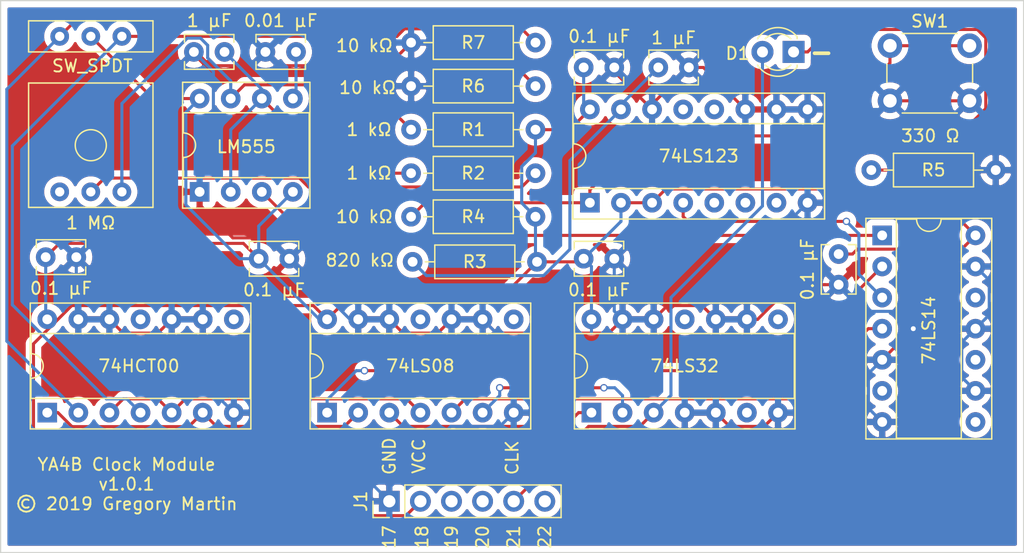
<source format=kicad_pcb>
(kicad_pcb (version 20171130) (host pcbnew "(5.1.4-0-10_14)")
  (layers (0 F.Cu signal) (31 B.Cu signal) (34 B.Paste user) (35 F.Paste user) (36 B.SilkS user) (37 F.SilkS user) (38 B.Mask user) (39 F.Mask user) (44 Edge.Cuts user))
  (net 0 "")
  (net 1 GND)
  (net 2 "Net-(C1-Pad1)")
  (net 3 "Net-(C2-Pad1)")
  (net 4 "Net-(C3-Pad1)")
  (net 5 +5V)
  (net 6 "Net-(D1-Pad1)")
  (net 7 /CLK)
  (net 8 "Net-(J1-Pad3)")
  (net 9 "Net-(J1-Pad4)")
  (net 10 "Net-(J1-Pad6)")
  (net 11 "Net-(R2-Pad2)")
  (net 12 "Net-(R4-Pad1)")
  (net 13 "Net-(U1-Pad3)")
  (net 14 "Net-(U2-Pad8)")
  (net 15 "Net-(U2-Pad2)")
  (net 16 "Net-(U2-Pad3)")
  (net 17 "Net-(U2-Pad10)")
  (net 18 "Net-(U2-Pad4)")
  (net 19 "Net-(U2-Pad12)")
  (net 20 "Net-(U2-Pad6)")
  (net 21 "Net-(U3-Pad6)")
  (net 22 "Net-(U3-Pad11)")
  (net 23 "Net-(U3-Pad4)")
  (net 24 "Net-(U3-Pad3)")
  (net 25 "Net-(U3-Pad2)")
  (net 26 "Net-(U3-Pad8)")
  (net 27 "Net-(U4-Pad12)")
  (net 28 "Net-(U4-Pad5)")
  (net 29 "Net-(U4-Pad13)")
  (net 30 "Net-(U4-Pad6)")
  (net 31 "Net-(U4-Pad7)")
  (net 32 "Net-(U5-Pad8)")
  (net 33 "Net-(U5-Pad11)")
  (net 34 "Net-(U6-Pad6)")
  (net 35 "Net-(U6-Pad11)")
  (net 36 "Net-(U6-Pad8)")
  (net 37 "Net-(RV1-Pad3)")
  (net 38 "Net-(R1-Pad2)")
  (net 39 "Net-(R6-Pad1)")
  (net 40 "Net-(R7-Pad1)")
  (module Potentiometer_THT:GM_Small_Square_9mm_Pot (layer F.Cu) (at 31.496 44.196)
    (fp_text reference RV1 hide)
    (fp_text value "1 MΩ" (at 0 0) (layer F.SilkS))
    (pad 3 thru_hole circle (at -2.54 -2.54) (size 1.524 1.524) (drill 0.762) (layers *.Cu *.Mask) (net 37 "Net-(RV1-Pad3)"))
    (pad 2 thru_hole circle (at 0 -2.54) (size 1.524 1.524) (drill 0.762) (layers *.Cu *.Mask) (net 11 "Net-(R2-Pad2)"))
    (pad 1 thru_hole circle (at 2.54 -2.54) (size 1.524 1.524) (drill 0.762) (layers *.Cu *.Mask) (net 38 "Net-(R1-Pad2)"))
  )
  (module Button_Switch_THT:GM_SPDT_Slide_Switch (layer F.Cu) (at 31.496 31.496)
    (fp_text reference SW2 hide)
    (fp_text value SW_SPDT (at 0.127 -0.127) (layer F.SilkS))
    (pad 3 thru_hole circle (at 2.54 -2.54) (size 1.524 1.524) (drill 0.762) (layers *.Cu *.Mask) (net 39 "Net-(R6-Pad1)"))
    (pad 2 thru_hole circle (at 0 -2.54) (size 1.524 1.524) (drill 0.762) (layers *.Cu *.Mask) (net 5 +5V))
    (pad 1 thru_hole circle (at -2.54 -2.54) (size 1.524 1.524) (drill 0.762) (layers *.Cu *.Mask) (net 40 "Net-(R7-Pad1)"))
  )
  (module Resistor_THT:R_Axial_DIN0207_L6.3mm_D2.5mm_P10.16mm_Horizontal (layer F.Cu) (at 67.818 29.464 180)
    (fp_text reference R7 hide)
    (fp_text value "10 kΩ" (at 13.97 -0.254) (layer F.SilkS))
    (fp_text user %R (at 5.08 0) (layer F.SilkS))
    (pad 2 thru_hole oval (at 10.16 0 180) (size 1.6 1.6) (drill 0.8) (layers *.Cu *.Mask) (net 1 GND))
    (pad 1 thru_hole circle (at 0 0 180) (size 1.6 1.6) (drill 0.8) (layers *.Cu *.Mask) (net 40 "Net-(R7-Pad1)"))
  )
  (module Resistor_THT:R_Axial_DIN0207_L6.3mm_D2.5mm_P10.16mm_Horizontal (layer F.Cu) (at 67.818 33.02 180)
    (fp_text reference R6 hide)
    (fp_text value "10 kΩ" (at 13.716 -0.127) (layer F.SilkS))
    (fp_text user %R (at 5.08 0) (layer F.SilkS))
    (pad 2 thru_hole oval (at 10.16 0 180) (size 1.6 1.6) (drill 0.8) (layers *.Cu *.Mask) (net 1 GND))
    (pad 1 thru_hole circle (at 0 0 180) (size 1.6 1.6) (drill 0.8) (layers *.Cu *.Mask) (net 39 "Net-(R6-Pad1)"))
  )
  (module Resistor_THT:R_Axial_DIN0207_L6.3mm_D2.5mm_P10.16mm_Horizontal (layer F.Cu) (at 95.25 39.878)
    (fp_text reference R5 hide)
    (fp_text value "330 Ω" (at 4.826 -2.794) (layer F.SilkS))
    (fp_text user %R (at 5.08 0) (layer F.SilkS))
    (pad 2 thru_hole oval (at 10.16 0) (size 1.6 1.6) (drill 0.8) (layers *.Cu *.Mask) (net 1 GND))
    (pad 1 thru_hole circle (at 0 0) (size 1.6 1.6) (drill 0.8) (layers *.Cu *.Mask) (net 6 "Net-(D1-Pad1)"))
  )
  (module Resistor_THT:R_Axial_DIN0207_L6.3mm_D2.5mm_P10.16mm_Horizontal (layer F.Cu) (at 57.658 43.688)
    (fp_text reference R4 hide)
    (fp_text value "10 kΩ" (at -3.81 0) (layer F.SilkS))
    (fp_text user %R (at 5.08 0) (layer F.SilkS))
    (pad 2 thru_hole oval (at 10.16 0) (size 1.6 1.6) (drill 0.8) (layers *.Cu *.Mask) (net 5 +5V))
    (pad 1 thru_hole circle (at 0 0) (size 1.6 1.6) (drill 0.8) (layers *.Cu *.Mask) (net 12 "Net-(R4-Pad1)"))
  )
  (module Resistor_THT:R_Axial_DIN0207_L6.3mm_D2.5mm_P10.16mm_Horizontal (layer F.Cu) (at 67.945 47.371 180)
    (fp_text reference R3 hide)
    (fp_text value "820 kΩ" (at 14.478 0.127) (layer F.SilkS))
    (fp_text user %R (at 5.08 0) (layer F.SilkS))
    (pad 2 thru_hole oval (at 10.16 0 180) (size 1.6 1.6) (drill 0.8) (layers *.Cu *.Mask) (net 4 "Net-(C3-Pad1)"))
    (pad 1 thru_hole circle (at 0 0 180) (size 1.6 1.6) (drill 0.8) (layers *.Cu *.Mask) (net 5 +5V))
  )
  (module Resistor_THT:R_Axial_DIN0207_L6.3mm_D2.5mm_P10.16mm_Horizontal (layer F.Cu) (at 57.658 40.132)
    (fp_text reference R2 hide)
    (fp_text value "1 kΩ" (at -3.429 0) (layer F.SilkS))
    (fp_text user %R (at 5.08 0) (layer F.SilkS))
    (pad 2 thru_hole oval (at 10.16 0) (size 1.6 1.6) (drill 0.8) (layers *.Cu *.Mask) (net 11 "Net-(R2-Pad2)"))
    (pad 1 thru_hole circle (at 0 0) (size 1.6 1.6) (drill 0.8) (layers *.Cu *.Mask) (net 3 "Net-(C2-Pad1)"))
  )
  (module Resistor_THT:R_Axial_DIN0207_L6.3mm_D2.5mm_P10.16mm_Horizontal (layer F.Cu) (at 67.818 36.576 180)
    (fp_text reference R1 hide)
    (fp_text value "1 kΩ" (at 13.589 0) (layer F.SilkS))
    (fp_text user %R (at 5.08 0) (layer F.SilkS))
    (pad 2 thru_hole oval (at 10.16 0 180) (size 1.6 1.6) (drill 0.8) (layers *.Cu *.Mask) (net 38 "Net-(R1-Pad2)"))
    (pad 1 thru_hole circle (at 0 0 180) (size 1.6 1.6) (drill 0.8) (layers *.Cu *.Mask) (net 5 +5V))
  )
  (module Capacitor_THT:C_Disc_D3.8mm_W2.6mm_P2.50mm (layer F.Cu) (at 48.26 30.226 180)
    (fp_text reference C1 hide)
    (fp_text value "0.01 µF" (at 1.25 2.55) (layer F.SilkS))
    (pad 2 thru_hole circle (at 2.5 0 180) (size 1.6 1.6) (drill 0.8) (layers *.Cu *.Mask) (net 1 GND))
    (pad 1 thru_hole circle (at 0 0 180) (size 1.6 1.6) (drill 0.8) (layers *.Cu *.Mask) (net 2 "Net-(C1-Pad1)"))
  )
  (module Capacitor_THT:C_Disc_D3.8mm_W2.6mm_P2.50mm (layer F.Cu) (at 42.418 30.226 180)
    (fp_text reference C2 hide)
    (fp_text value "1 µF" (at 1.25 2.55) (layer F.SilkS))
    (pad 1 thru_hole circle (at 0 0 180) (size 1.6 1.6) (drill 0.8) (layers *.Cu *.Mask) (net 3 "Net-(C2-Pad1)"))
    (pad 2 thru_hole circle (at 2.5 0 180) (size 1.6 1.6) (drill 0.8) (layers *.Cu *.Mask) (net 1 GND))
  )
  (module Capacitor_THT:C_Disc_D3.8mm_W2.6mm_P2.50mm (layer F.Cu) (at 77.851 31.496)
    (fp_text reference C3 hide)
    (fp_text value "1 µF" (at 1.25 -2.413) (layer F.SilkS))
    (pad 1 thru_hole circle (at 0 0) (size 1.6 1.6) (drill 0.8) (layers *.Cu *.Mask) (net 4 "Net-(C3-Pad1)"))
    (pad 2 thru_hole circle (at 2.5 0) (size 1.6 1.6) (drill 0.8) (layers *.Cu *.Mask) (net 1 GND))
  )
  (module Capacitor_THT:C_Disc_D3.8mm_W2.6mm_P2.50mm (layer F.Cu) (at 45.212 47.117)
    (fp_text reference C4 hide)
    (fp_text value "0.1 µF" (at 1.25 2.55) (layer F.SilkS))
    (pad 2 thru_hole circle (at 2.5 0) (size 1.6 1.6) (drill 0.8) (layers *.Cu *.Mask) (net 1 GND))
    (pad 1 thru_hole circle (at 0 0) (size 1.6 1.6) (drill 0.8) (layers *.Cu *.Mask) (net 5 +5V))
  )
  (module Capacitor_THT:C_Disc_D3.8mm_W2.6mm_P2.50mm (layer F.Cu) (at 71.755 31.496)
    (fp_text reference C5 hide)
    (fp_text value "0.1 µF" (at 1.27 -2.54) (layer F.SilkS))
    (pad 1 thru_hole circle (at 0 0) (size 1.6 1.6) (drill 0.8) (layers *.Cu *.Mask) (net 5 +5V))
    (pad 2 thru_hole circle (at 2.5 0) (size 1.6 1.6) (drill 0.8) (layers *.Cu *.Mask) (net 1 GND))
  )
  (module Capacitor_THT:C_Disc_D3.8mm_W2.6mm_P2.50mm (layer F.Cu) (at 71.755 47.117)
    (fp_text reference C6 hide)
    (fp_text value "0.1 µF" (at 1.25 2.55) (layer F.SilkS))
    (pad 2 thru_hole circle (at 2.5 0) (size 1.6 1.6) (drill 0.8) (layers *.Cu *.Mask) (net 1 GND))
    (pad 1 thru_hole circle (at 0 0) (size 1.6 1.6) (drill 0.8) (layers *.Cu *.Mask) (net 5 +5V))
  )
  (module Capacitor_THT:C_Disc_D3.8mm_W2.6mm_P2.50mm (layer F.Cu) (at 27.813 46.99)
    (fp_text reference C7 hide)
    (fp_text value "0.1 µF" (at 1.25 2.55) (layer F.SilkS))
    (pad 1 thru_hole circle (at 0 0) (size 1.6 1.6) (drill 0.8) (layers *.Cu *.Mask) (net 5 +5V))
    (pad 2 thru_hole circle (at 2.5 0) (size 1.6 1.6) (drill 0.8) (layers *.Cu *.Mask) (net 1 GND))
  )
  (module Capacitor_THT:C_Disc_D3.8mm_W2.6mm_P2.50mm (layer F.Cu) (at 92.583 46.736 270)
    (fp_text reference C8 hide)
    (fp_text value "0.1 µF" (at 1.25 2.55 90) (layer F.SilkS))
    (pad 2 thru_hole circle (at 2.5 0 270) (size 1.6 1.6) (drill 0.8) (layers *.Cu *.Mask) (net 1 GND))
    (pad 1 thru_hole circle (at 0 0 270) (size 1.6 1.6) (drill 0.8) (layers *.Cu *.Mask) (net 5 +5V))
  )
  (module LED_THT:LED_D3.0mm (layer F.Cu) (at 88.9 30.226 180)
    (fp_text reference D1 (at 4.572 -0.127) (layer F.SilkS))
    (fp_text value "Blue 3mm LED" hide)
    (pad 1 thru_hole rect (at 0 0 180) (size 1.8 1.8) (drill 0.9) (layers *.Cu *.Mask) (net 6 "Net-(D1-Pad1)"))
    (pad 2 thru_hole circle (at 2.54 0 180) (size 1.8 1.8) (drill 0.9) (layers *.Cu *.Mask) (net 7 /CLK))
  )
  (module Connector_PinHeader_2.54mm:PinHeader_1x06_P2.54mm_Vertical (layer F.Cu) (at 55.88 66.929 90)
    (fp_text reference J1 (at 0 -2.33 90) (layer F.SilkS))
    (fp_text value Conn_01x06_Male hide)
    (pad 1 thru_hole rect (at 0 0 90) (size 1.7 1.7) (drill 1) (layers *.Cu *.Mask) (net 1 GND))
    (pad 2 thru_hole oval (at 0 2.54 90) (size 1.7 1.7) (drill 1) (layers *.Cu *.Mask) (net 5 +5V))
    (pad 3 thru_hole oval (at 0 5.08 90) (size 1.7 1.7) (drill 1) (layers *.Cu *.Mask) (net 8 "Net-(J1-Pad3)"))
    (pad 4 thru_hole oval (at 0 7.62 90) (size 1.7 1.7) (drill 1) (layers *.Cu *.Mask) (net 9 "Net-(J1-Pad4)"))
    (pad 5 thru_hole oval (at 0 10.16 90) (size 1.7 1.7) (drill 1) (layers *.Cu *.Mask) (net 7 /CLK))
    (pad 6 thru_hole oval (at 0 12.7 90) (size 1.7 1.7) (drill 1) (layers *.Cu *.Mask) (net 10 "Net-(J1-Pad6)"))
  )
  (module Button_Switch_THT:SW_PUSH_6mm (layer F.Cu) (at 96.774 29.718)
    (fp_text reference SW1 (at 3.25 -2) (layer F.SilkS))
    (fp_text value SW_Push hide)
    (pad 2 thru_hole circle (at 0 4.5 90) (size 2 2) (drill 1.1) (layers *.Cu *.Mask) (net 1 GND))
    (pad 1 thru_hole circle (at 0 0 90) (size 2 2) (drill 1.1) (layers *.Cu *.Mask) (net 12 "Net-(R4-Pad1)"))
    (pad 2 thru_hole circle (at 6.5 4.5 90) (size 2 2) (drill 1.1) (layers *.Cu *.Mask) (net 1 GND))
    (pad 1 thru_hole circle (at 6.5 0 90) (size 2 2) (drill 1.1) (layers *.Cu *.Mask) (net 12 "Net-(R4-Pad1)"))
  )
  (module Package_DIP:DIP-8_W7.62mm_Socket (layer F.Cu) (at 40.386 41.656 90)
    (fp_text reference U1 hide)
    (fp_text value LM555 (at 3.683 3.81 180) (layer F.SilkS))
    (pad 1 thru_hole rect (at 0 0 90) (size 1.6 1.6) (drill 0.8) (layers *.Cu *.Mask) (net 1 GND))
    (pad 5 thru_hole oval (at 7.62 7.62 90) (size 1.6 1.6) (drill 0.8) (layers *.Cu *.Mask) (net 2 "Net-(C1-Pad1)"))
    (pad 2 thru_hole oval (at 0 2.54 90) (size 1.6 1.6) (drill 0.8) (layers *.Cu *.Mask) (net 3 "Net-(C2-Pad1)"))
    (pad 6 thru_hole oval (at 7.62 5.08 90) (size 1.6 1.6) (drill 0.8) (layers *.Cu *.Mask) (net 3 "Net-(C2-Pad1)"))
    (pad 3 thru_hole oval (at 0 5.08 90) (size 1.6 1.6) (drill 0.8) (layers *.Cu *.Mask) (net 13 "Net-(U1-Pad3)"))
    (pad 7 thru_hole oval (at 7.62 2.54 90) (size 1.6 1.6) (drill 0.8) (layers *.Cu *.Mask) (net 38 "Net-(R1-Pad2)"))
    (pad 4 thru_hole oval (at 0 7.62 90) (size 1.6 1.6) (drill 0.8) (layers *.Cu *.Mask) (net 5 +5V))
    (pad 8 thru_hole oval (at 7.62 0 90) (size 1.6 1.6) (drill 0.8) (layers *.Cu *.Mask) (net 5 +5V))
  )
  (module Package_DIP:DIP-14_W7.62mm_Socket (layer F.Cu) (at 96.139 45.212)
    (fp_text reference U2 hide)
    (fp_text value 74LS14 (at 3.81 7.747 90) (layer F.SilkS))
    (pad 1 thru_hole rect (at 0 0) (size 1.6 1.6) (drill 0.8) (layers *.Cu *.Mask) (net 13 "Net-(U1-Pad3)"))
    (pad 8 thru_hole oval (at 7.62 15.24) (size 1.6 1.6) (drill 0.8) (layers *.Cu *.Mask) (net 14 "Net-(U2-Pad8)"))
    (pad 2 thru_hole oval (at 0 2.54) (size 1.6 1.6) (drill 0.8) (layers *.Cu *.Mask) (net 15 "Net-(U2-Pad2)"))
    (pad 9 thru_hole oval (at 7.62 12.7) (size 1.6 1.6) (drill 0.8) (layers *.Cu *.Mask) (net 1 GND))
    (pad 3 thru_hole oval (at 0 5.08) (size 1.6 1.6) (drill 0.8) (layers *.Cu *.Mask) (net 16 "Net-(U2-Pad3)"))
    (pad 10 thru_hole oval (at 7.62 10.16) (size 1.6 1.6) (drill 0.8) (layers *.Cu *.Mask) (net 17 "Net-(U2-Pad10)"))
    (pad 4 thru_hole oval (at 0 7.62) (size 1.6 1.6) (drill 0.8) (layers *.Cu *.Mask) (net 18 "Net-(U2-Pad4)"))
    (pad 11 thru_hole oval (at 7.62 7.62) (size 1.6 1.6) (drill 0.8) (layers *.Cu *.Mask) (net 1 GND))
    (pad 5 thru_hole oval (at 0 10.16) (size 1.6 1.6) (drill 0.8) (layers *.Cu *.Mask) (net 1 GND))
    (pad 12 thru_hole oval (at 7.62 5.08) (size 1.6 1.6) (drill 0.8) (layers *.Cu *.Mask) (net 19 "Net-(U2-Pad12)"))
    (pad 6 thru_hole oval (at 0 12.7) (size 1.6 1.6) (drill 0.8) (layers *.Cu *.Mask) (net 20 "Net-(U2-Pad6)"))
    (pad 13 thru_hole oval (at 7.62 2.54) (size 1.6 1.6) (drill 0.8) (layers *.Cu *.Mask) (net 1 GND))
    (pad 7 thru_hole oval (at 0 15.24) (size 1.6 1.6) (drill 0.8) (layers *.Cu *.Mask) (net 1 GND))
    (pad 14 thru_hole oval (at 7.62 0) (size 1.6 1.6) (drill 0.8) (layers *.Cu *.Mask) (net 5 +5V))
  )
  (module Package_DIP:DIP-14_W7.62mm_Socket (layer F.Cu) (at 50.8 59.69 90)
    (fp_text reference U3 hide)
    (fp_text value 74LS08 (at 3.81 7.62 180) (layer F.SilkS))
    (pad 14 thru_hole oval (at 7.62 0 90) (size 1.6 1.6) (drill 0.8) (layers *.Cu *.Mask) (net 5 +5V))
    (pad 7 thru_hole oval (at 0 15.24 90) (size 1.6 1.6) (drill 0.8) (layers *.Cu *.Mask) (net 1 GND))
    (pad 13 thru_hole oval (at 7.62 2.54 90) (size 1.6 1.6) (drill 0.8) (layers *.Cu *.Mask) (net 1 GND))
    (pad 6 thru_hole oval (at 0 12.7 90) (size 1.6 1.6) (drill 0.8) (layers *.Cu *.Mask) (net 21 "Net-(U3-Pad6)"))
    (pad 12 thru_hole oval (at 7.62 5.08 90) (size 1.6 1.6) (drill 0.8) (layers *.Cu *.Mask) (net 1 GND))
    (pad 5 thru_hole oval (at 0 10.16 90) (size 1.6 1.6) (drill 0.8) (layers *.Cu *.Mask) (net 18 "Net-(U2-Pad4)"))
    (pad 11 thru_hole oval (at 7.62 7.62 90) (size 1.6 1.6) (drill 0.8) (layers *.Cu *.Mask) (net 22 "Net-(U3-Pad11)"))
    (pad 4 thru_hole oval (at 0 7.62 90) (size 1.6 1.6) (drill 0.8) (layers *.Cu *.Mask) (net 23 "Net-(U3-Pad4)"))
    (pad 10 thru_hole oval (at 7.62 10.16 90) (size 1.6 1.6) (drill 0.8) (layers *.Cu *.Mask) (net 1 GND))
    (pad 3 thru_hole oval (at 0 5.08 90) (size 1.6 1.6) (drill 0.8) (layers *.Cu *.Mask) (net 24 "Net-(U3-Pad3)"))
    (pad 9 thru_hole oval (at 7.62 12.7 90) (size 1.6 1.6) (drill 0.8) (layers *.Cu *.Mask) (net 1 GND))
    (pad 2 thru_hole oval (at 0 2.54 90) (size 1.6 1.6) (drill 0.8) (layers *.Cu *.Mask) (net 25 "Net-(U3-Pad2)"))
    (pad 8 thru_hole oval (at 7.62 15.24 90) (size 1.6 1.6) (drill 0.8) (layers *.Cu *.Mask) (net 26 "Net-(U3-Pad8)"))
    (pad 1 thru_hole rect (at 0 0 90) (size 1.6 1.6) (drill 0.8) (layers *.Cu *.Mask) (net 15 "Net-(U2-Pad2)"))
  )
  (module Package_DIP:DIP-16_W7.62mm_Socket (layer F.Cu) (at 72.263 42.545 90)
    (fp_text reference U4 hide)
    (fp_text value 74LS123 (at 3.81 8.89 180) (layer F.SilkS))
    (pad 1 thru_hole rect (at 0 0 90) (size 1.6 1.6) (drill 0.8) (layers *.Cu *.Mask) (net 12 "Net-(R4-Pad1)"))
    (pad 9 thru_hole oval (at 7.62 17.78 90) (size 1.6 1.6) (drill 0.8) (layers *.Cu *.Mask) (net 1 GND))
    (pad 2 thru_hole oval (at 0 2.54 90) (size 1.6 1.6) (drill 0.8) (layers *.Cu *.Mask) (net 5 +5V))
    (pad 10 thru_hole oval (at 7.62 15.24 90) (size 1.6 1.6) (drill 0.8) (layers *.Cu *.Mask) (net 1 GND))
    (pad 3 thru_hole oval (at 0 5.08 90) (size 1.6 1.6) (drill 0.8) (layers *.Cu *.Mask) (net 5 +5V))
    (pad 11 thru_hole oval (at 7.62 12.7 90) (size 1.6 1.6) (drill 0.8) (layers *.Cu *.Mask) (net 1 GND))
    (pad 4 thru_hole oval (at 0 7.62 90) (size 1.6 1.6) (drill 0.8) (layers *.Cu *.Mask) (net 16 "Net-(U2-Pad3)"))
    (pad 12 thru_hole oval (at 7.62 10.16 90) (size 1.6 1.6) (drill 0.8) (layers *.Cu *.Mask) (net 27 "Net-(U4-Pad12)"))
    (pad 5 thru_hole oval (at 0 10.16 90) (size 1.6 1.6) (drill 0.8) (layers *.Cu *.Mask) (net 28 "Net-(U4-Pad5)"))
    (pad 13 thru_hole oval (at 7.62 7.62 90) (size 1.6 1.6) (drill 0.8) (layers *.Cu *.Mask) (net 29 "Net-(U4-Pad13)"))
    (pad 6 thru_hole oval (at 0 12.7 90) (size 1.6 1.6) (drill 0.8) (layers *.Cu *.Mask) (net 30 "Net-(U4-Pad6)"))
    (pad 14 thru_hole oval (at 7.62 5.08 90) (size 1.6 1.6) (drill 0.8) (layers *.Cu *.Mask) (net 1 GND))
    (pad 7 thru_hole oval (at 0 15.24 90) (size 1.6 1.6) (drill 0.8) (layers *.Cu *.Mask) (net 31 "Net-(U4-Pad7)"))
    (pad 15 thru_hole oval (at 7.62 2.54 90) (size 1.6 1.6) (drill 0.8) (layers *.Cu *.Mask) (net 4 "Net-(C3-Pad1)"))
    (pad 8 thru_hole oval (at 0 17.78 90) (size 1.6 1.6) (drill 0.8) (layers *.Cu *.Mask) (net 1 GND))
    (pad 16 thru_hole oval (at 7.62 0 90) (size 1.6 1.6) (drill 0.8) (layers *.Cu *.Mask) (net 5 +5V))
  )
  (module Package_DIP:DIP-14_W7.62mm_Socket (layer F.Cu) (at 27.94 59.69 90)
    (fp_text reference U5 hide)
    (fp_text value 74HCT00 (at 3.81 7.493 180) (layer F.SilkS))
    (pad 1 thru_hole rect (at 0 0 90) (size 1.6 1.6) (drill 0.8) (layers *.Cu *.Mask) (net 25 "Net-(U3-Pad2)"))
    (pad 8 thru_hole oval (at 7.62 15.24 90) (size 1.6 1.6) (drill 0.8) (layers *.Cu *.Mask) (net 32 "Net-(U5-Pad8)"))
    (pad 2 thru_hole oval (at 0 2.54 90) (size 1.6 1.6) (drill 0.8) (layers *.Cu *.Mask) (net 40 "Net-(R7-Pad1)"))
    (pad 9 thru_hole oval (at 7.62 12.7 90) (size 1.6 1.6) (drill 0.8) (layers *.Cu *.Mask) (net 1 GND))
    (pad 3 thru_hole oval (at 0 5.08 90) (size 1.6 1.6) (drill 0.8) (layers *.Cu *.Mask) (net 23 "Net-(U3-Pad4)"))
    (pad 10 thru_hole oval (at 7.62 10.16 90) (size 1.6 1.6) (drill 0.8) (layers *.Cu *.Mask) (net 1 GND))
    (pad 4 thru_hole oval (at 0 7.62 90) (size 1.6 1.6) (drill 0.8) (layers *.Cu *.Mask) (net 39 "Net-(R6-Pad1)"))
    (pad 11 thru_hole oval (at 7.62 7.62 90) (size 1.6 1.6) (drill 0.8) (layers *.Cu *.Mask) (net 33 "Net-(U5-Pad11)"))
    (pad 5 thru_hole oval (at 0 10.16 90) (size 1.6 1.6) (drill 0.8) (layers *.Cu *.Mask) (net 23 "Net-(U3-Pad4)"))
    (pad 12 thru_hole oval (at 7.62 5.08 90) (size 1.6 1.6) (drill 0.8) (layers *.Cu *.Mask) (net 1 GND))
    (pad 6 thru_hole oval (at 0 12.7 90) (size 1.6 1.6) (drill 0.8) (layers *.Cu *.Mask) (net 25 "Net-(U3-Pad2)"))
    (pad 13 thru_hole oval (at 7.62 2.54 90) (size 1.6 1.6) (drill 0.8) (layers *.Cu *.Mask) (net 1 GND))
    (pad 7 thru_hole oval (at 0 15.24 90) (size 1.6 1.6) (drill 0.8) (layers *.Cu *.Mask) (net 1 GND))
    (pad 14 thru_hole oval (at 7.62 0 90) (size 1.6 1.6) (drill 0.8) (layers *.Cu *.Mask) (net 5 +5V))
  )
  (module Package_DIP:DIP-14_W7.62mm_Socket (layer F.Cu) (at 72.39 59.69 90)
    (fp_text reference U6 hide)
    (fp_text value 74LS32 (at 3.81 7.62 180) (layer F.SilkS))
    (pad 14 thru_hole oval (at 7.62 0 90) (size 1.6 1.6) (drill 0.8) (layers *.Cu *.Mask) (net 5 +5V))
    (pad 7 thru_hole oval (at 0 15.24 90) (size 1.6 1.6) (drill 0.8) (layers *.Cu *.Mask) (net 1 GND))
    (pad 13 thru_hole oval (at 7.62 2.54 90) (size 1.6 1.6) (drill 0.8) (layers *.Cu *.Mask) (net 1 GND))
    (pad 6 thru_hole oval (at 0 12.7 90) (size 1.6 1.6) (drill 0.8) (layers *.Cu *.Mask) (net 34 "Net-(U6-Pad6)"))
    (pad 12 thru_hole oval (at 7.62 5.08 90) (size 1.6 1.6) (drill 0.8) (layers *.Cu *.Mask) (net 1 GND))
    (pad 5 thru_hole oval (at 0 10.16 90) (size 1.6 1.6) (drill 0.8) (layers *.Cu *.Mask) (net 1 GND))
    (pad 11 thru_hole oval (at 7.62 7.62 90) (size 1.6 1.6) (drill 0.8) (layers *.Cu *.Mask) (net 35 "Net-(U6-Pad11)"))
    (pad 4 thru_hole oval (at 0 7.62 90) (size 1.6 1.6) (drill 0.8) (layers *.Cu *.Mask) (net 1 GND))
    (pad 10 thru_hole oval (at 7.62 10.16 90) (size 1.6 1.6) (drill 0.8) (layers *.Cu *.Mask) (net 1 GND))
    (pad 3 thru_hole oval (at 0 5.08 90) (size 1.6 1.6) (drill 0.8) (layers *.Cu *.Mask) (net 7 /CLK))
    (pad 9 thru_hole oval (at 7.62 12.7 90) (size 1.6 1.6) (drill 0.8) (layers *.Cu *.Mask) (net 1 GND))
    (pad 2 thru_hole oval (at 0 2.54 90) (size 1.6 1.6) (drill 0.8) (layers *.Cu *.Mask) (net 21 "Net-(U3-Pad6)"))
    (pad 8 thru_hole oval (at 7.62 15.24 90) (size 1.6 1.6) (drill 0.8) (layers *.Cu *.Mask) (net 36 "Net-(U6-Pad8)"))
    (pad 1 thru_hole rect (at 0 0 90) (size 1.6 1.6) (drill 0.8) (layers *.Cu *.Mask) (net 24 "Net-(U3-Pad3)"))
  )
  (gr_text CLK (at 65.913 63.373 90) (layer F.SilkS) (effects (font (size 1 1))))
  (gr_text VCC (at 58.293 63.246 90) (layer F.SilkS) (effects (font (size 1 1))))
  (gr_text 22 (at 68.58 69.85 90) (layer F.SilkS) (effects (font (size 1 1))))
  (gr_text 21 (at 66.04 69.85 90) (layer F.SilkS) (effects (font (size 1 1))))
  (gr_text 20 (at 63.5 69.85 90) (layer F.SilkS) (effects (font (size 1 1))))
  (gr_text 19 (at 60.96 69.85 90) (layer F.SilkS) (effects (font (size 1 1))))
  (gr_text 18 (at 58.547 69.85 90) (layer F.SilkS) (effects (font (size 1 1))))
  (gr_text 17 (at 55.88 69.85 90) (layer F.SilkS) (effects (font (size 1 1))))
  (gr_text GND (at 55.88 63.246 90) (layer F.SilkS) (effects (font (size 1 1))))
  (gr_text "YA4B Clock Module\nv1.0.1\n© 2019 Gregory Martin" (at 34.417 65.532) (layer F.SilkS) (effects (font (size 1 1))))
  (gr_text - (at 91.186 30.226) (layer F.SilkS) (effects (font (size 1.5 1.5) (thickness 0.3))))
  (gr_line (start 24.13 48.895) (end 24.13 26.035) (layer Edge.Cuts) (width 0.1))
  (gr_line (start 24.13 55.245) (end 24.13 48.895) (layer Edge.Cuts) (width 0.1))
  (gr_line (start 24.13 71.12) (end 24.13 55.245) (layer Edge.Cuts) (width 0.1))
  (gr_line (start 107.696 71.12) (end 24.13 71.12) (layer Edge.Cuts) (width 0.1))
  (gr_line (start 107.696 26.035) (end 107.696 71.12) (layer Edge.Cuts) (width 0.1))
  (gr_line (start 24.13 26.035) (end 107.696 26.035) (layer Edge.Cuts) (width 0.1))
  (segment (start 54.47137 52.07) (end 55.88 52.07) (width 0.25) (layer F.Cu) (net 1))
  (segment (start 53.34 52.07) (end 54.47137 52.07) (width 0.25) (layer F.Cu) (net 1))
  (segment (start 59.834999 53.195001) (end 60.160001 52.869999) (width 0.25) (layer F.Cu) (net 1))
  (segment (start 60.160001 52.869999) (end 60.96 52.07) (width 0.25) (layer F.Cu) (net 1))
  (segment (start 57.005001 53.195001) (end 59.834999 53.195001) (width 0.25) (layer F.Cu) (net 1))
  (segment (start 55.88 52.07) (end 57.005001 53.195001) (width 0.25) (layer F.Cu) (net 1))
  (segment (start 62.09137 52.07) (end 63.5 52.07) (width 0.25) (layer F.Cu) (net 1))
  (segment (start 60.96 52.07) (end 62.09137 52.07) (width 0.25) (layer F.Cu) (net 1))
  (segment (start 73.804999 53.195001) (end 74.130001 52.869999) (width 0.25) (layer F.Cu) (net 1))
  (segment (start 74.130001 52.869999) (end 74.93 52.07) (width 0.25) (layer F.Cu) (net 1))
  (segment (start 64.625001 53.195001) (end 73.804999 53.195001) (width 0.25) (layer F.Cu) (net 1))
  (segment (start 63.5 52.07) (end 64.625001 53.195001) (width 0.25) (layer F.Cu) (net 1))
  (segment (start 74.93 52.07) (end 77.47 52.07) (width 0.25) (layer F.Cu) (net 1))
  (segment (start 81.424999 50.944999) (end 81.750001 51.270001) (width 0.25) (layer F.Cu) (net 1))
  (segment (start 81.750001 51.270001) (end 82.55 52.07) (width 0.25) (layer F.Cu) (net 1))
  (segment (start 78.595001 50.944999) (end 81.424999 50.944999) (width 0.25) (layer F.Cu) (net 1))
  (segment (start 77.47 52.07) (end 78.595001 50.944999) (width 0.25) (layer F.Cu) (net 1))
  (segment (start 83.68137 52.07) (end 85.09 52.07) (width 0.25) (layer F.Cu) (net 1))
  (segment (start 82.55 52.07) (end 83.68137 52.07) (width 0.25) (layer F.Cu) (net 1))
  (segment (start 91.45163 49.236) (end 92.583 49.236) (width 0.25) (layer F.Cu) (net 1))
  (segment (start 88.798998 49.236) (end 91.45163 49.236) (width 0.25) (layer F.Cu) (net 1))
  (segment (start 85.964998 52.07) (end 88.798998 49.236) (width 0.25) (layer F.Cu) (net 1))
  (segment (start 85.09 52.07) (end 85.964998 52.07) (width 0.25) (layer F.Cu) (net 1))
  (segment (start 103.274 34.218) (end 96.774 34.218) (width 0.25) (layer F.Cu) (net 1))
  (segment (start 105.41 36.354) (end 105.41 39.878) (width 0.25) (layer B.Cu) (net 1))
  (segment (start 103.274 34.218) (end 105.41 36.354) (width 0.25) (layer B.Cu) (net 1))
  (segment (start 65.240001 60.489999) (end 66.04 59.69) (width 0.25) (layer B.Cu) (net 1))
  (segment (start 60.893999 60.815001) (end 64.914999 60.815001) (width 0.25) (layer B.Cu) (net 1))
  (segment (start 64.914999 60.815001) (end 65.240001 60.489999) (width 0.25) (layer B.Cu) (net 1))
  (segment (start 55.88 65.829) (end 60.893999 60.815001) (width 0.25) (layer B.Cu) (net 1))
  (segment (start 55.88 66.929) (end 55.88 65.829) (width 0.25) (layer B.Cu) (net 1))
  (segment (start 30.313 51.903) (end 30.48 52.07) (width 0.25) (layer B.Cu) (net 1))
  (segment (start 30.313 46.99) (end 30.313 51.903) (width 0.25) (layer B.Cu) (net 1))
  (segment (start 40.64 57.15) (end 43.18 59.69) (width 0.25) (layer B.Cu) (net 1))
  (segment (start 40.64 52.07) (end 40.64 57.15) (width 0.25) (layer B.Cu) (net 1))
  (segment (start 48.641 59.69) (end 55.88 66.929) (width 0.25) (layer B.Cu) (net 1))
  (segment (start 43.18 59.69) (end 48.641 59.69) (width 0.25) (layer B.Cu) (net 1))
  (segment (start 52.665 52.07) (end 53.34 52.07) (width 0.25) (layer B.Cu) (net 1))
  (segment (start 47.712 47.117) (end 52.665 52.07) (width 0.25) (layer B.Cu) (net 1))
  (segment (start 43.09499 45.41499) (end 40.386 42.706) (width 0.25) (layer F.Cu) (net 1))
  (segment (start 46.00999 45.41499) (end 43.09499 45.41499) (width 0.25) (layer F.Cu) (net 1))
  (segment (start 40.386 42.706) (end 40.386 41.656) (width 0.25) (layer F.Cu) (net 1))
  (segment (start 47.712 47.117) (end 46.00999 45.41499) (width 0.25) (layer F.Cu) (net 1))
  (segment (start 40.717999 31.025999) (end 39.918 30.226) (width 0.25) (layer B.Cu) (net 1))
  (segment (start 41.511001 39.480999) (end 41.511001 31.819001) (width 0.25) (layer B.Cu) (net 1))
  (segment (start 41.511001 31.819001) (end 40.717999 31.025999) (width 0.25) (layer B.Cu) (net 1))
  (segment (start 40.386 40.606) (end 41.511001 39.480999) (width 0.25) (layer B.Cu) (net 1))
  (segment (start 40.386 41.656) (end 40.386 40.606) (width 0.25) (layer B.Cu) (net 1))
  (segment (start 56.858001 30.263999) (end 57.658 29.464) (width 0.25) (layer F.Cu) (net 1))
  (segment (start 46.885001 31.351001) (end 55.770999 31.351001) (width 0.25) (layer F.Cu) (net 1))
  (segment (start 55.770999 31.351001) (end 56.858001 30.263999) (width 0.25) (layer F.Cu) (net 1))
  (segment (start 45.76 30.226) (end 46.885001 31.351001) (width 0.25) (layer F.Cu) (net 1))
  (segment (start 40.717999 31.025999) (end 39.918 30.226) (width 0.25) (layer F.Cu) (net 1))
  (segment (start 41.043001 31.351001) (end 40.717999 31.025999) (width 0.25) (layer F.Cu) (net 1))
  (segment (start 44.634999 31.351001) (end 41.043001 31.351001) (width 0.25) (layer F.Cu) (net 1))
  (segment (start 45.76 30.226) (end 44.634999 31.351001) (width 0.25) (layer F.Cu) (net 1))
  (segment (start 57.658 29.464) (end 57.658 33.02) (width 0.25) (layer B.Cu) (net 1))
  (segment (start 74.255 51.395) (end 74.93 52.07) (width 0.25) (layer B.Cu) (net 1))
  (segment (start 74.255 47.117) (end 74.255 51.395) (width 0.25) (layer B.Cu) (net 1))
  (segment (start 82.55 53.20137) (end 82.55 59.69) (width 0.25) (layer B.Cu) (net 1))
  (segment (start 82.55 52.07) (end 82.55 53.20137) (width 0.25) (layer B.Cu) (net 1))
  (segment (start 80.01 59.69) (end 82.55 59.69) (width 0.25) (layer F.Cu) (net 1))
  (segment (start 86.830001 60.489999) (end 87.63 59.69) (width 0.25) (layer F.Cu) (net 1))
  (segment (start 83.675001 60.815001) (end 86.504999 60.815001) (width 0.25) (layer F.Cu) (net 1))
  (segment (start 86.504999 60.815001) (end 86.830001 60.489999) (width 0.25) (layer F.Cu) (net 1))
  (segment (start 82.55 59.69) (end 83.675001 60.815001) (width 0.25) (layer F.Cu) (net 1))
  (segment (start 96.139 55.372) (end 98.679 52.832) (width 0.25) (layer F.Cu) (net 1))
  (segment (start 98.679 52.832) (end 103.759 52.832) (width 0.25) (layer F.Cu) (net 1))
  (segment (start 94.764001 51.417001) (end 97.137001 51.417001) (width 0.25) (layer B.Cu) (net 1))
  (segment (start 92.583 49.236) (end 94.764001 51.417001) (width 0.25) (layer B.Cu) (net 1))
  (segment (start 97.137001 51.417001) (end 98.552 52.832) (width 0.25) (layer B.Cu) (net 1))
  (segment (start 98.679 52.832) (end 98.679 52.832) (width 0.25) (layer F.Cu) (net 1))
  (via (at 98.679 52.832) (size 0.6) (drill 0.4) (layers F.Cu B.Cu) (net 1))
  (segment (start 90.043 34.925) (end 90.043 42.545) (width 0.25) (layer B.Cu) (net 1))
  (segment (start 85.09 47.498) (end 85.09 52.07) (width 0.25) (layer B.Cu) (net 1))
  (segment (start 90.043 42.545) (end 85.09 47.498) (width 0.25) (layer B.Cu) (net 1))
  (segment (start 90.043 34.925) (end 87.503 34.925) (width 0.25) (layer F.Cu) (net 1))
  (segment (start 86.37163 34.925) (end 84.963 34.925) (width 0.25) (layer F.Cu) (net 1))
  (segment (start 87.503 34.925) (end 86.37163 34.925) (width 0.25) (layer F.Cu) (net 1))
  (segment (start 81.534 31.496) (end 80.351 31.496) (width 0.25) (layer F.Cu) (net 1))
  (segment (start 84.963 34.925) (end 81.534 31.496) (width 0.25) (layer F.Cu) (net 1))
  (segment (start 77.343 34.504) (end 77.343 34.925) (width 0.25) (layer F.Cu) (net 1))
  (segment (start 80.351 31.496) (end 77.343 34.504) (width 0.25) (layer F.Cu) (net 1))
  (segment (start 74.255 31.837) (end 74.255 31.496) (width 0.25) (layer F.Cu) (net 1))
  (segment (start 77.343 34.925) (end 74.255 31.837) (width 0.25) (layer F.Cu) (net 1))
  (segment (start 96.067 34.925) (end 96.774 34.218) (width 0.25) (layer B.Cu) (net 1))
  (segment (start 90.043 34.925) (end 96.067 34.925) (width 0.25) (layer B.Cu) (net 1))
  (segment (start 66.04 54.61) (end 63.5 52.07) (width 0.25) (layer B.Cu) (net 1))
  (segment (start 66.04 59.69) (end 66.04 54.61) (width 0.25) (layer B.Cu) (net 1))
  (segment (start 30.48 52.07) (end 33.02 52.07) (width 0.25) (layer F.Cu) (net 1))
  (segment (start 37.300001 52.869999) (end 38.1 52.07) (width 0.25) (layer F.Cu) (net 1))
  (segment (start 36.974999 53.195001) (end 37.300001 52.869999) (width 0.25) (layer F.Cu) (net 1))
  (segment (start 34.145001 53.195001) (end 36.974999 53.195001) (width 0.25) (layer F.Cu) (net 1))
  (segment (start 33.02 52.07) (end 34.145001 53.195001) (width 0.25) (layer F.Cu) (net 1))
  (segment (start 39.23137 52.07) (end 40.64 52.07) (width 0.25) (layer F.Cu) (net 1))
  (segment (start 38.1 52.07) (end 39.23137 52.07) (width 0.25) (layer F.Cu) (net 1))
  (segment (start 104.884001 51.706999) (end 104.558999 52.032001) (width 0.25) (layer B.Cu) (net 1))
  (segment (start 104.558999 52.032001) (end 103.759 52.832) (width 0.25) (layer B.Cu) (net 1))
  (segment (start 104.884001 48.877001) (end 104.884001 51.706999) (width 0.25) (layer B.Cu) (net 1))
  (segment (start 103.759 47.752) (end 104.884001 48.877001) (width 0.25) (layer B.Cu) (net 1))
  (segment (start 102.959001 57.112001) (end 103.759 57.912) (width 0.25) (layer B.Cu) (net 1))
  (segment (start 102.633999 56.786999) (end 102.959001 57.112001) (width 0.25) (layer B.Cu) (net 1))
  (segment (start 102.633999 53.957001) (end 102.633999 56.786999) (width 0.25) (layer B.Cu) (net 1))
  (segment (start 103.759 52.832) (end 102.633999 53.957001) (width 0.25) (layer B.Cu) (net 1))
  (segment (start 95.339001 59.652001) (end 96.139 60.452) (width 0.25) (layer B.Cu) (net 1))
  (segment (start 95.013999 59.326999) (end 95.339001 59.652001) (width 0.25) (layer B.Cu) (net 1))
  (segment (start 95.013999 56.497001) (end 95.013999 59.326999) (width 0.25) (layer B.Cu) (net 1))
  (segment (start 96.139 55.372) (end 95.013999 56.497001) (width 0.25) (layer B.Cu) (net 1))
  (segment (start 48.26 33.782) (end 48.006 34.036) (width 0.25) (layer B.Cu) (net 2))
  (segment (start 48.26 30.226) (end 48.26 33.782) (width 0.25) (layer B.Cu) (net 2))
  (segment (start 42.926 36.576) (end 45.466 34.036) (width 0.25) (layer B.Cu) (net 3))
  (segment (start 42.926 41.656) (end 42.926 36.576) (width 0.25) (layer B.Cu) (net 3))
  (segment (start 45.466 33.274) (end 45.466 34.036) (width 0.25) (layer B.Cu) (net 3))
  (segment (start 42.418 30.226) (end 45.466 33.274) (width 0.25) (layer B.Cu) (net 3))
  (segment (start 51.562 40.132) (end 57.658 40.132) (width 0.25) (layer F.Cu) (net 3))
  (segment (start 45.466 34.036) (end 51.562 40.132) (width 0.25) (layer F.Cu) (net 3))
  (segment (start 74.803 34.544) (end 74.803 34.925) (width 0.25) (layer B.Cu) (net 4))
  (segment (start 77.851 31.496) (end 74.803 34.544) (width 0.25) (layer B.Cu) (net 4))
  (segment (start 58.584999 48.170999) (end 57.785 47.371) (width 0.25) (layer B.Cu) (net 4))
  (segment (start 58.910001 48.496001) (end 58.584999 48.170999) (width 0.25) (layer B.Cu) (net 4))
  (segment (start 68.485001 48.496001) (end 58.910001 48.496001) (width 0.25) (layer B.Cu) (net 4))
  (segment (start 70.629999 46.351003) (end 68.485001 48.496001) (width 0.25) (layer B.Cu) (net 4))
  (segment (start 70.629999 39.098001) (end 70.629999 46.351003) (width 0.25) (layer B.Cu) (net 4))
  (segment (start 74.803 34.925) (end 70.629999 39.098001) (width 0.25) (layer B.Cu) (net 4))
  (segment (start 43.959999 45.864999) (end 44.412001 46.317001) (width 0.25) (layer F.Cu) (net 5))
  (segment (start 28.938001 45.864999) (end 43.959999 45.864999) (width 0.25) (layer F.Cu) (net 5))
  (segment (start 44.412001 46.317001) (end 45.212 47.117) (width 0.25) (layer F.Cu) (net 5))
  (segment (start 27.813 46.99) (end 28.938001 45.864999) (width 0.25) (layer F.Cu) (net 5))
  (segment (start 27.813 51.943) (end 27.94 52.07) (width 0.25) (layer B.Cu) (net 5))
  (segment (start 27.813 46.99) (end 27.813 51.943) (width 0.25) (layer B.Cu) (net 5))
  (segment (start 50.165 52.07) (end 50.8 52.07) (width 0.25) (layer B.Cu) (net 5))
  (segment (start 45.212 47.117) (end 50.165 52.07) (width 0.25) (layer B.Cu) (net 5))
  (segment (start 36.576 34.036) (end 31.496 28.956) (width 0.25) (layer F.Cu) (net 5))
  (segment (start 40.386 34.036) (end 36.576 34.036) (width 0.25) (layer F.Cu) (net 5))
  (segment (start 45.212 44.45) (end 45.212 47.117) (width 0.25) (layer B.Cu) (net 5))
  (segment (start 48.006 41.656) (end 45.212 44.45) (width 0.25) (layer B.Cu) (net 5))
  (segment (start 39.260999 42.716001) (end 39.260999 35.161001) (width 0.25) (layer B.Cu) (net 5))
  (segment (start 39.586001 34.835999) (end 40.386 34.036) (width 0.25) (layer B.Cu) (net 5))
  (segment (start 39.260999 35.161001) (end 39.586001 34.835999) (width 0.25) (layer B.Cu) (net 5))
  (segment (start 43.661998 47.117) (end 39.260999 42.716001) (width 0.25) (layer B.Cu) (net 5))
  (segment (start 45.212 47.117) (end 43.661998 47.117) (width 0.25) (layer B.Cu) (net 5))
  (segment (start 67.018001 42.888001) (end 67.818 43.688) (width 0.25) (layer B.Cu) (net 5))
  (segment (start 66.692999 39.591999) (end 66.692999 42.562999) (width 0.25) (layer B.Cu) (net 5))
  (segment (start 66.692999 42.562999) (end 67.018001 42.888001) (width 0.25) (layer B.Cu) (net 5))
  (segment (start 67.818 38.466998) (end 66.692999 39.591999) (width 0.25) (layer B.Cu) (net 5))
  (segment (start 67.818 36.576) (end 67.818 38.466998) (width 0.25) (layer B.Cu) (net 5))
  (segment (start 67.818 47.244) (end 67.945 47.371) (width 0.25) (layer B.Cu) (net 5))
  (segment (start 67.818 43.688) (end 67.818 47.244) (width 0.25) (layer B.Cu) (net 5))
  (segment (start 51.599999 51.270001) (end 50.8 52.07) (width 0.25) (layer F.Cu) (net 5))
  (segment (start 52.832 50.038) (end 51.599999 51.270001) (width 0.25) (layer F.Cu) (net 5))
  (segment (start 65.278 50.038) (end 52.832 50.038) (width 0.25) (layer F.Cu) (net 5))
  (segment (start 67.945 47.371) (end 65.278 50.038) (width 0.25) (layer F.Cu) (net 5))
  (segment (start 72.39 53.20137) (end 72.39 52.07) (width 0.25) (layer B.Cu) (net 5))
  (segment (start 72.39 47.752) (end 71.755 47.117) (width 0.25) (layer B.Cu) (net 5))
  (segment (start 72.39 52.07) (end 72.39 47.752) (width 0.25) (layer B.Cu) (net 5))
  (segment (start 74.803 44.069) (end 74.803 42.545) (width 0.25) (layer B.Cu) (net 5))
  (segment (start 71.755 47.117) (end 74.803 44.069) (width 0.25) (layer B.Cu) (net 5))
  (segment (start 102.959001 46.011999) (end 103.759 45.212) (width 0.25) (layer F.Cu) (net 5))
  (segment (start 102.633999 46.337001) (end 102.959001 46.011999) (width 0.25) (layer F.Cu) (net 5))
  (segment (start 94.113369 46.337001) (end 102.633999 46.337001) (width 0.25) (layer F.Cu) (net 5))
  (segment (start 93.71437 46.736) (end 94.113369 46.337001) (width 0.25) (layer F.Cu) (net 5))
  (segment (start 92.583 46.736) (end 93.71437 46.736) (width 0.25) (layer F.Cu) (net 5))
  (segment (start 74.803 42.545) (end 77.343 42.545) (width 0.25) (layer F.Cu) (net 5))
  (segment (start 102.959001 44.412001) (end 103.759 45.212) (width 0.25) (layer F.Cu) (net 5))
  (segment (start 99.966999 41.419999) (end 102.959001 44.412001) (width 0.25) (layer F.Cu) (net 5))
  (segment (start 78.468001 41.419999) (end 99.966999 41.419999) (width 0.25) (layer F.Cu) (net 5))
  (segment (start 77.343 42.545) (end 78.468001 41.419999) (width 0.25) (layer F.Cu) (net 5))
  (segment (start 71.501 47.371) (end 71.755 47.117) (width 0.25) (layer F.Cu) (net 5))
  (segment (start 67.945 47.371) (end 71.501 47.371) (width 0.25) (layer F.Cu) (net 5))
  (segment (start 50.000001 51.270001) (end 50.8 52.07) (width 0.25) (layer F.Cu) (net 5))
  (segment (start 49.674999 50.944999) (end 50.000001 51.270001) (width 0.25) (layer F.Cu) (net 5))
  (segment (start 29.939999 50.944999) (end 49.674999 50.944999) (width 0.25) (layer F.Cu) (net 5))
  (segment (start 26.814999 54.069999) (end 29.939999 50.944999) (width 0.25) (layer F.Cu) (net 5))
  (segment (start 26.814999 61.739999) (end 26.814999 54.069999) (width 0.25) (layer F.Cu) (net 5))
  (segment (start 33.179001 68.104001) (end 26.814999 61.739999) (width 0.25) (layer F.Cu) (net 5))
  (segment (start 57.244999 68.104001) (end 33.179001 68.104001) (width 0.25) (layer F.Cu) (net 5))
  (segment (start 58.42 66.929) (end 57.244999 68.104001) (width 0.25) (layer F.Cu) (net 5))
  (segment (start 70.612 36.576) (end 72.263 34.925) (width 0.25) (layer F.Cu) (net 5))
  (segment (start 67.818 36.576) (end 70.612 36.576) (width 0.25) (layer F.Cu) (net 5))
  (segment (start 71.755 34.417) (end 72.263 34.925) (width 0.25) (layer B.Cu) (net 5))
  (segment (start 71.755 31.496) (end 71.755 34.417) (width 0.25) (layer B.Cu) (net 5))
  (segment (start 96.38137 39.878) (end 95.25 39.878) (width 0.25) (layer F.Cu) (net 6))
  (segment (start 104.599001 34.854001) (end 99.575002 39.878) (width 0.25) (layer F.Cu) (net 6))
  (segment (start 104.599001 29.081999) (end 104.599001 34.854001) (width 0.25) (layer F.Cu) (net 6))
  (segment (start 103.910001 28.392999) (end 104.599001 29.081999) (width 0.25) (layer F.Cu) (net 6))
  (segment (start 91.883001 28.392999) (end 103.910001 28.392999) (width 0.25) (layer F.Cu) (net 6))
  (segment (start 90.05 30.226) (end 91.883001 28.392999) (width 0.25) (layer F.Cu) (net 6))
  (segment (start 99.575002 39.878) (end 96.38137 39.878) (width 0.25) (layer F.Cu) (net 6))
  (segment (start 88.9 30.226) (end 90.05 30.226) (width 0.25) (layer F.Cu) (net 6))
  (segment (start 76.670001 60.489999) (end 77.47 59.69) (width 0.25) (layer F.Cu) (net 7))
  (segment (start 76.344999 60.815001) (end 76.670001 60.489999) (width 0.25) (layer F.Cu) (net 7))
  (segment (start 72.153999 60.815001) (end 76.344999 60.815001) (width 0.25) (layer F.Cu) (net 7))
  (segment (start 66.04 66.929) (end 72.153999 60.815001) (width 0.25) (layer F.Cu) (net 7))
  (segment (start 86.36 42.813002) (end 86.36 31.498792) (width 0.25) (layer B.Cu) (net 7))
  (segment (start 78.884999 50.288003) (end 86.36 42.813002) (width 0.25) (layer B.Cu) (net 7))
  (segment (start 78.884999 58.275001) (end 78.884999 50.288003) (width 0.25) (layer B.Cu) (net 7))
  (segment (start 86.36 31.498792) (end 86.36 30.226) (width 0.25) (layer B.Cu) (net 7))
  (segment (start 77.47 59.69) (end 78.884999 58.275001) (width 0.25) (layer B.Cu) (net 7))
  (segment (start 32.621001 40.530999) (end 32.257999 40.894001) (width 0.25) (layer F.Cu) (net 11))
  (segment (start 32.257999 40.894001) (end 31.496 41.656) (width 0.25) (layer F.Cu) (net 11))
  (segment (start 48.546001 40.530999) (end 32.621001 40.530999) (width 0.25) (layer F.Cu) (net 11))
  (segment (start 66.692999 41.257001) (end 49.272003 41.257001) (width 0.25) (layer F.Cu) (net 11))
  (segment (start 49.272003 41.257001) (end 48.546001 40.530999) (width 0.25) (layer F.Cu) (net 11))
  (segment (start 67.818 40.132) (end 66.692999 41.257001) (width 0.25) (layer F.Cu) (net 11))
  (segment (start 72.263 41.495) (end 76.674 37.084) (width 0.25) (layer F.Cu) (net 12))
  (segment (start 72.263 42.545) (end 72.263 41.495) (width 0.25) (layer F.Cu) (net 12))
  (segment (start 96.774 31.132213) (end 96.774 29.718) (width 0.25) (layer F.Cu) (net 12))
  (segment (start 90.822213 37.084) (end 96.774 31.132213) (width 0.25) (layer F.Cu) (net 12))
  (segment (start 76.674 37.084) (end 90.822213 37.084) (width 0.25) (layer F.Cu) (net 12))
  (segment (start 96.774 29.718) (end 103.274 29.718) (width 0.25) (layer F.Cu) (net 12))
  (segment (start 58.801 42.545) (end 72.263 42.545) (width 0.25) (layer F.Cu) (net 12))
  (segment (start 57.658 43.688) (end 58.801 42.545) (width 0.25) (layer F.Cu) (net 12))
  (segment (start 49.022 45.212) (end 96.139 45.212) (width 0.25) (layer F.Cu) (net 13))
  (segment (start 45.466 41.656) (end 49.022 45.212) (width 0.25) (layer F.Cu) (net 13))
  (segment (start 50.8 58.64) (end 53.179 56.261) (width 0.25) (layer B.Cu) (net 15))
  (segment (start 50.8 59.69) (end 50.8 58.64) (width 0.25) (layer B.Cu) (net 15))
  (segment (start 53.179 56.261) (end 53.848 56.261) (width 0.25) (layer B.Cu) (net 15))
  (segment (start 53.848 56.261) (end 53.848 56.261) (width 0.25) (layer B.Cu) (net 15))
  (via (at 53.848 56.261) (size 0.6) (drill 0.4) (layers F.Cu B.Cu) (net 15))
  (segment (start 53.848 56.261) (end 53.848 56.261) (width 0.25) (layer B.Cu) (net 15))
  (via (at 53.848 56.261) (size 0.6) (drill 0.4) (layers F.Cu B.Cu) (net 15))
  (segment (start 87.63 56.261) (end 96.139 47.752) (width 0.25) (layer F.Cu) (net 15))
  (segment (start 53.848 56.261) (end 87.63 56.261) (width 0.25) (layer F.Cu) (net 15))
  (segment (start 79.883 43.67637) (end 80.27563 44.069) (width 0.25) (layer F.Cu) (net 16))
  (segment (start 79.883 42.545) (end 79.883 43.67637) (width 0.25) (layer F.Cu) (net 16))
  (segment (start 80.27563 44.069) (end 93.218 44.069) (width 0.25) (layer F.Cu) (net 16))
  (segment (start 93.218 44.069) (end 93.345 44.069) (width 0.25) (layer F.Cu) (net 16))
  (via (at 93.218 44.069) (size 0.6) (drill 0.4) (layers F.Cu B.Cu) (net 16))
  (segment (start 94.234 48.387) (end 95.339001 49.492001) (width 0.25) (layer B.Cu) (net 16))
  (segment (start 94.234 45.085) (end 94.234 48.387) (width 0.25) (layer B.Cu) (net 16))
  (segment (start 95.339001 49.492001) (end 96.139 50.292) (width 0.25) (layer B.Cu) (net 16))
  (segment (start 93.218 44.069) (end 94.234 45.085) (width 0.25) (layer B.Cu) (net 16))
  (segment (start 89.274631 58.564999) (end 62.085001 58.564999) (width 0.25) (layer F.Cu) (net 18))
  (segment (start 95.00763 52.832) (end 89.274631 58.564999) (width 0.25) (layer F.Cu) (net 18))
  (segment (start 61.759999 58.890001) (end 60.96 59.69) (width 0.25) (layer F.Cu) (net 18))
  (segment (start 62.085001 58.564999) (end 61.759999 58.890001) (width 0.25) (layer F.Cu) (net 18))
  (segment (start 96.139 52.832) (end 95.00763 52.832) (width 0.25) (layer F.Cu) (net 18))
  (segment (start 63.5 59.69) (end 64.897 58.293) (width 0.25) (layer B.Cu) (net 21))
  (segment (start 64.897 58.293) (end 64.897 57.658) (width 0.25) (layer B.Cu) (net 21))
  (segment (start 64.897 57.658) (end 64.897 57.658) (width 0.25) (layer B.Cu) (net 21))
  (via (at 64.897 57.658) (size 0.6) (drill 0.4) (layers F.Cu B.Cu) (net 21))
  (segment (start 64.897 57.658) (end 73.406 57.658) (width 0.25) (layer F.Cu) (net 21))
  (segment (start 73.406 57.658) (end 73.406 57.658) (width 0.25) (layer F.Cu) (net 21))
  (via (at 73.406 57.658) (size 0.6) (drill 0.4) (layers F.Cu B.Cu) (net 21))
  (segment (start 74.93 58.293) (end 74.93 59.69) (width 0.25) (layer B.Cu) (net 21))
  (segment (start 74.295 57.658) (end 74.93 58.293) (width 0.25) (layer B.Cu) (net 21))
  (segment (start 73.406 57.658) (end 74.295 57.658) (width 0.25) (layer B.Cu) (net 21))
  (segment (start 37.300001 58.890001) (end 38.1 59.69) (width 0.25) (layer F.Cu) (net 23))
  (segment (start 36.974999 58.564999) (end 37.300001 58.890001) (width 0.25) (layer F.Cu) (net 23))
  (segment (start 34.145001 58.564999) (end 36.974999 58.564999) (width 0.25) (layer F.Cu) (net 23))
  (segment (start 33.02 59.69) (end 34.145001 58.564999) (width 0.25) (layer F.Cu) (net 23))
  (segment (start 39.225001 58.564999) (end 57.294999 58.564999) (width 0.25) (layer F.Cu) (net 23))
  (segment (start 57.620001 58.890001) (end 58.42 59.69) (width 0.25) (layer F.Cu) (net 23))
  (segment (start 57.294999 58.564999) (end 57.620001 58.890001) (width 0.25) (layer F.Cu) (net 23))
  (segment (start 38.1 59.69) (end 39.225001 58.564999) (width 0.25) (layer F.Cu) (net 23))
  (segment (start 71.34 59.69) (end 72.39 59.69) (width 0.25) (layer F.Cu) (net 24))
  (segment (start 70.214999 60.815001) (end 71.34 59.69) (width 0.25) (layer F.Cu) (net 24))
  (segment (start 57.005001 60.815001) (end 70.214999 60.815001) (width 0.25) (layer F.Cu) (net 24))
  (segment (start 55.88 59.69) (end 57.005001 60.815001) (width 0.25) (layer F.Cu) (net 24))
  (segment (start 39.840001 60.489999) (end 40.64 59.69) (width 0.25) (layer F.Cu) (net 25))
  (segment (start 29.957998 60.833) (end 39.497 60.833) (width 0.25) (layer F.Cu) (net 25))
  (segment (start 28.814998 59.69) (end 29.957998 60.833) (width 0.25) (layer F.Cu) (net 25))
  (segment (start 39.497 60.833) (end 39.840001 60.489999) (width 0.25) (layer F.Cu) (net 25))
  (segment (start 27.94 59.69) (end 28.814998 59.69) (width 0.25) (layer F.Cu) (net 25))
  (segment (start 52.540001 60.489999) (end 53.34 59.69) (width 0.25) (layer F.Cu) (net 25))
  (segment (start 52.214999 60.815001) (end 52.540001 60.489999) (width 0.25) (layer F.Cu) (net 25))
  (segment (start 41.765001 60.815001) (end 52.214999 60.815001) (width 0.25) (layer F.Cu) (net 25))
  (segment (start 40.64 59.69) (end 41.765001 60.815001) (width 0.25) (layer F.Cu) (net 25))
  (segment (start 56.858001 35.776001) (end 57.658 36.576) (width 0.25) (layer F.Cu) (net 38))
  (segment (start 53.992999 32.910999) (end 56.858001 35.776001) (width 0.25) (layer F.Cu) (net 38))
  (segment (start 44.051001 32.910999) (end 53.992999 32.910999) (width 0.25) (layer F.Cu) (net 38))
  (segment (start 42.926 34.036) (end 44.051001 32.910999) (width 0.25) (layer F.Cu) (net 38))
  (segment (start 34.036 41.656) (end 34.036 40.57837) (width 0.25) (layer B.Cu) (net 38))
  (segment (start 34.036 40.57837) (end 34.036 37.592) (width 0.25) (layer B.Cu) (net 38))
  (segment (start 42.926 32.59759) (end 42.926 32.90463) (width 0.25) (layer B.Cu) (net 38))
  (segment (start 41.043001 30.714591) (end 42.926 32.59759) (width 0.25) (layer B.Cu) (net 38))
  (segment (start 41.043001 29.685999) (end 41.043001 30.714591) (width 0.25) (layer B.Cu) (net 38))
  (segment (start 40.458001 29.100999) (end 41.043001 29.685999) (width 0.25) (layer B.Cu) (net 38))
  (segment (start 39.377999 29.100999) (end 40.458001 29.100999) (width 0.25) (layer B.Cu) (net 38))
  (segment (start 42.926 32.90463) (end 42.926 34.036) (width 0.25) (layer B.Cu) (net 38))
  (segment (start 34.036 34.442998) (end 39.377999 29.100999) (width 0.25) (layer B.Cu) (net 38))
  (segment (start 34.036 41.656) (end 34.036 34.442998) (width 0.25) (layer B.Cu) (net 38))
  (segment (start 34.760001 58.890001) (end 35.56 59.69) (width 0.25) (layer B.Cu) (net 39))
  (segment (start 34.434999 58.564999) (end 34.760001 58.890001) (width 0.25) (layer B.Cu) (net 39))
  (segment (start 32.769997 58.564999) (end 34.434999 58.564999) (width 0.25) (layer B.Cu) (net 39))
  (segment (start 25.08801 50.883012) (end 32.769997 58.564999) (width 0.25) (layer B.Cu) (net 39))
  (segment (start 25.08801 37.90399) (end 25.08801 50.883012) (width 0.25) (layer B.Cu) (net 39))
  (segment (start 34.036 28.956) (end 25.08801 37.90399) (width 0.25) (layer B.Cu) (net 39))
  (segment (start 57.117999 28.338999) (end 63.136999 28.338999) (width 0.25) (layer F.Cu) (net 39))
  (segment (start 63.136999 28.338999) (end 67.018001 32.220001) (width 0.25) (layer F.Cu) (net 39))
  (segment (start 56.500998 28.956) (end 57.117999 28.338999) (width 0.25) (layer F.Cu) (net 39))
  (segment (start 67.018001 32.220001) (end 67.818 33.02) (width 0.25) (layer F.Cu) (net 39))
  (segment (start 34.036 28.956) (end 56.500998 28.956) (width 0.25) (layer F.Cu) (net 39))
  (segment (start 24.638 53.848) (end 30.48 59.69) (width 0.25) (layer B.Cu) (net 40))
  (segment (start 24.638 33.274) (end 24.638 53.848) (width 0.25) (layer B.Cu) (net 40))
  (segment (start 28.956 28.956) (end 24.638 33.274) (width 0.25) (layer B.Cu) (net 40))
  (segment (start 67.018001 28.664001) (end 67.818 29.464) (width 0.25) (layer F.Cu) (net 40))
  (segment (start 65.913 27.559) (end 67.018001 28.664001) (width 0.25) (layer F.Cu) (net 40))
  (segment (start 30.353 27.559) (end 65.913 27.559) (width 0.25) (layer F.Cu) (net 40))
  (segment (start 28.956 28.956) (end 30.353 27.559) (width 0.25) (layer F.Cu) (net 40))
  (zone (net 1) (net_name GND) (layer F.Cu) (connect_pads (clearance 0.508)) (min_thickness 0.254) (fill yes (arc_segments 32) (thermal_gap 0.508) (thermal_bridge_width 0.508))
    (polygon (pts (xy 24.511 26.289) (xy 107.442 26.289) (xy 107.442 70.866) (xy 24.511 70.866)))
  )
  (zone (net 1) (net_name GND) (layer B.Cu) (connect_pads (clearance 0.508)) (min_thickness 0.254) (fill yes (arc_segments 32) (thermal_gap 0.508) (thermal_bridge_width 0.508))
    (polygon (pts (xy 24.511 26.289) (xy 107.315 26.289) (xy 107.442 70.993) (xy 24.511 70.993)))
  )
)
</source>
